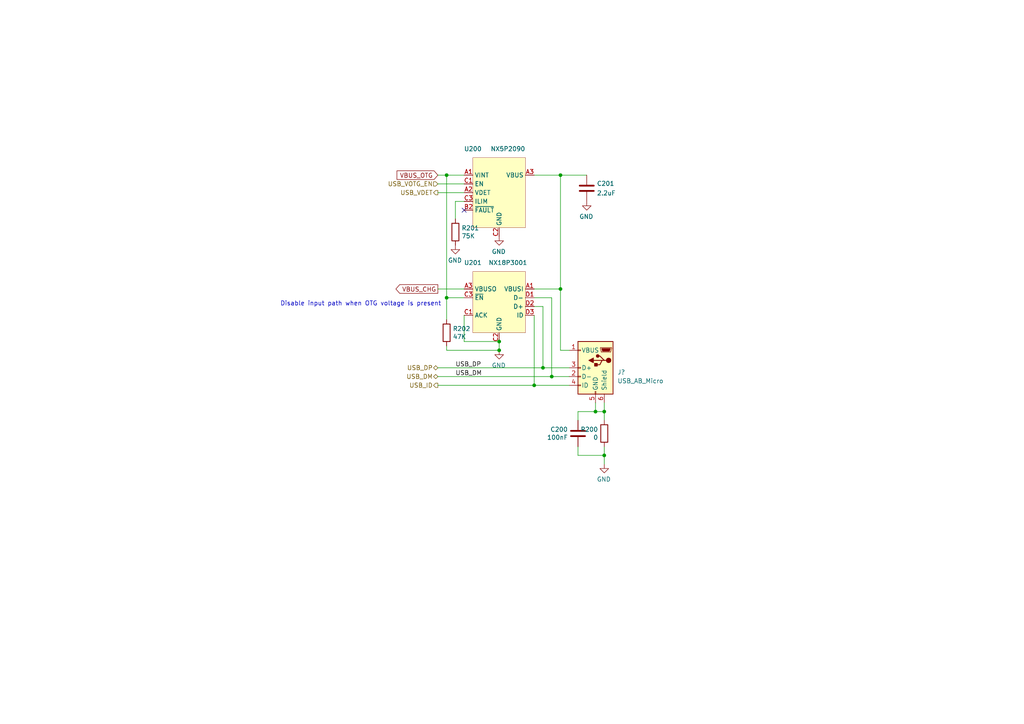
<source format=kicad_sch>
(kicad_sch (version 20210126) (generator eeschema)
  (paper "A4")
  (title_block (title "InuCal") (date "2020-06-30") (rev "R0.1") (company "Wenting Zhang") (comment 1 "zephray@outlook.com"))
  (lib_symbols
    (symbol "Connector:USB_B_Micro" (pin_names (offset 1.016))
      (property "Reference" "J" (at -5.08 11.43 0))
      (property "Value" "USB_B_Micro" (at -5.08 8.89 0))
      (symbol "USB_B_Micro_0_1"
        (circle (center -3.81 2.159) (radius 0.635) (stroke (width 0.254)) (fill (type outline)))
        (circle (center -0.635 3.429) (radius 0.381) (stroke (width 0.254)) (fill (type outline)))
        (rectangle (start -5.08 -7.62) (end 5.08 7.62) (stroke (width 0.254)) (fill (type background)))
        (rectangle (start -0.127 -7.62) (end 0.127 -6.858))
        (rectangle (start 0.254 1.27) (end -0.508 0.508) (stroke (width 0.254)) (fill (type outline)))
        (rectangle (start 5.08 -5.207) (end 4.318 -4.953))
        (rectangle (start 5.08 -2.667) (end 4.318 -2.413))
        (rectangle (start 5.08 -0.127) (end 4.318 0.127))
        (rectangle (start 5.08 4.953) (end 4.318 5.207))
        (polyline (pts (xy -1.905 2.159) (xy 0.635 2.159)) (stroke (width 0.254)))
        (polyline (pts (xy -3.175 2.159) (xy -2.54 2.159) (xy -1.27 3.429) (xy -0.635 3.429)) (stroke (width 0.254)))
        (polyline (pts (xy -2.54 2.159) (xy -1.905 2.159) (xy -1.27 0.889) (xy 0 0.889)) (stroke (width 0.254)))
        (polyline (pts (xy 0.635 2.794) (xy 0.635 1.524) (xy 1.905 2.159) (xy 0.635 2.794)) (stroke (width 0.254)) (fill (type outline)))
        (polyline (pts (xy -4.318 5.588) (xy -1.778 5.588) (xy -2.032 4.826) (xy -4.064 4.826) (xy -4.318 5.588)) (fill (type outline)))
        (polyline (pts (xy -4.699 5.842) (xy -4.699 5.588) (xy -4.445 4.826) (xy -4.445 4.572) (xy -1.651 4.572) (xy -1.651 4.826) (xy -1.397 5.588) (xy -1.397 5.842) (xy -4.699 5.842)))
      )
      (symbol "USB_B_Micro_1_1"
        (pin power_out line (at 7.62 5.08 180) (length 2.54) (name "VBUS") (number "1"))
        (pin bidirectional line (at 7.62 -2.54 180) (length 2.54) (name "D-") (number "2"))
        (pin bidirectional line (at 7.62 0 180) (length 2.54) (name "D+") (number "3"))
        (pin passive line (at 7.62 -5.08 180) (length 2.54) (name "ID") (number "4"))
        (pin power_out line (at 0 -10.16 90) (length 2.54) (name "GND") (number "5"))
        (pin passive line (at -2.54 -10.16 90) (length 2.54) (name "Shield") (number "6"))
      )
    )
    (symbol "Device:C" (pin_numbers hide) (pin_names (offset 0.254))
      (property "Reference" "C" (at 0.635 2.54 0))
      (property "Value" "C" (at 0.635 -2.54 0))
      (symbol "C_0_1"
        (polyline (pts (xy -2.032 -0.762) (xy 2.032 -0.762)) (stroke (width 0.508)))
        (polyline (pts (xy -2.032 0.762) (xy 2.032 0.762)) (stroke (width 0.508)))
      )
      (symbol "C_1_1"
        (pin passive line (at 0 3.81 270) (length 2.794) (name "~") (number "1"))
        (pin passive line (at 0 -3.81 90) (length 2.794) (name "~") (number "2"))
      )
    )
    (symbol "Device:R" (pin_numbers hide) (pin_names (offset 0))
      (property "Reference" "R" (at 2.032 0 90))
      (property "Value" "R" (at 0 0 90))
      (symbol "R_0_1"
        (rectangle (start -1.016 -2.54) (end 1.016 2.54) (stroke (width 0.254)))
      )
      (symbol "R_1_1"
        (pin passive line (at 0 3.81 270) (length 1.27) (name "~") (number "1"))
        (pin passive line (at 0 -3.81 90) (length 1.27) (name "~") (number "2"))
      )
    )
    (symbol "power:GND" (power) (pin_names (offset 0))
      (property "Value" "GND" (at 0 -3.81 0))
      (symbol "GND_0_1"
        (polyline (pts (xy 0 0) (xy 0 -1.27) (xy 1.27 -1.27) (xy 0 -2.54) (xy -1.27 -1.27) (xy 0 -1.27)))
      )
      (symbol "GND_1_1"
        (pin power_in line (at 0 0 270) (length 0) hide (name "GND") (number "1"))
      )
    )
    (symbol "symbols:NX18P3001"
      (property "Reference" "U" (at 0 0 0))
      (property "Value" "NX18P3001" (at 0 -2.54 0))
      (symbol "NX18P3001_0_1"
        (rectangle (start -7.62 -5.08) (end 7.62 -22.86) (stroke (width 0.001)) (fill (type background)))
      )
      (symbol "NX18P3001_1_1"
        (pin bidirectional line (at -10.16 -10.16 0) (length 2.54) (name "VBUSI") (number "A1"))
        (pin input line (at -10.16 -12.7 0) (length 2.54) (name "D-") (number "D1"))
        (pin input line (at -10.16 -15.24 0) (length 2.54) (name "D+") (number "D2"))
        (pin input line (at -10.16 -17.78 0) (length 2.54) (name "ID") (number "D3"))
        (pin bidirectional line (at 10.16 -10.16 180) (length 2.54) (name "VBUSO") (number "A3"))
        (pin input line (at 10.16 -12.7 180) (length 2.54) (name "~EN") (number "C3"))
        (pin open_collector line (at 10.16 -17.78 180) (length 2.54) (name "ACK") (number "C1"))
        (pin bidirectional line (at 10.16 -10.16 180) (length 2.54) hide (name "VBUSO") (number "B2"))
        (pin bidirectional line (at 10.16 -10.16 180) (length 2.54) hide (name "VBUSO") (number "B3"))
        (pin bidirectional line (at -10.16 -10.16 0) (length 2.54) hide (name "VBUSI") (number "A2"))
        (pin bidirectional line (at -10.16 -10.16 0) (length 2.54) hide (name "VBUSI") (number "B1"))
        (pin power_in line (at 0 -25.4 90) (length 2.54) (name "GND") (number "C2"))
      )
    )
    (symbol "symbols:NX5P2090"
      (property "Reference" "U" (at 0 0 0))
      (property "Value" "NX5P2090" (at 0 -2.54 0))
      (symbol "NX5P2090_0_1"
        (rectangle (start -7.62 -5.08) (end 7.62 -25.4) (stroke (width 0.001)) (fill (type background)))
      )
      (symbol "NX5P2090_1_1"
        (pin power_out line (at -10.16 -10.16 0) (length 2.54) (name "VBUS") (number "A3"))
        (pin power_in line (at 10.16 -10.16 180) (length 2.54) (name "VINT") (number "A1"))
        (pin input line (at 10.16 -12.7 180) (length 2.54) (name "EN") (number "C1"))
        (pin output line (at 10.16 -15.24 180) (length 2.54) (name "VDET") (number "A2"))
        (pin input line (at 10.16 -17.78 180) (length 2.54) (name "ILIM") (number "C3"))
        (pin output line (at 10.16 -20.32 180) (length 2.54) (name "~FAULT") (number "B2"))
        (pin power_in line (at 10.16 -10.16 180) (length 2.54) hide (name "VINT") (number "B1"))
        (pin power_out line (at -10.16 -10.16 0) (length 2.54) hide (name "VBUS") (number "B3"))
        (pin input line (at 0 -27.94 90) (length 2.54) (name "GND") (number "C2"))
      )
    )
  )
  (junction (at 129.54 50.8) (diameter 0.9144))
  (junction (at 129.54 86.36) (diameter 0.9144))
  (junction (at 144.78 99.06) (diameter 0.9144))
  (junction (at 144.78 101.6) (diameter 0.9144))
  (junction (at 154.94 111.76) (diameter 0.9144))
  (junction (at 157.48 106.68) (diameter 0.9144))
  (junction (at 160.02 109.22) (diameter 0.9144))
  (junction (at 162.56 50.8) (diameter 0.9144))
  (junction (at 162.56 83.82) (diameter 0.9144))
  (junction (at 172.72 119.38) (diameter 0.9144))
  (junction (at 175.26 119.38) (diameter 0.9144))
  (junction (at 175.26 132.08) (diameter 0.9144))
  (no_connect (at 134.62 60.96))
  (wire (pts (xy 127 50.8) (xy 129.54 50.8)))
  (wire (pts (xy 127 53.34) (xy 134.62 53.34)))
  (wire (pts (xy 127 55.88) (xy 134.62 55.88)))
  (wire (pts (xy 127 83.82) (xy 134.62 83.82)))
  (wire (pts (xy 127 106.68) (xy 157.48 106.68)))
  (wire (pts (xy 127 109.22) (xy 160.02 109.22)))
  (wire (pts (xy 127 111.76) (xy 154.94 111.76)))
  (wire (pts (xy 129.54 50.8) (xy 129.54 86.36)))
  (wire (pts (xy 129.54 50.8) (xy 134.62 50.8)))
  (wire (pts (xy 129.54 86.36) (xy 129.54 92.71)))
  (wire (pts (xy 129.54 100.33) (xy 129.54 101.6)))
  (wire (pts (xy 129.54 101.6) (xy 144.78 101.6)))
  (wire (pts (xy 132.08 58.42) (xy 132.08 63.5)))
  (wire (pts (xy 134.62 58.42) (xy 132.08 58.42)))
  (wire (pts (xy 134.62 86.36) (xy 129.54 86.36)))
  (wire (pts (xy 134.62 91.44) (xy 134.62 99.06)))
  (wire (pts (xy 134.62 99.06) (xy 144.78 99.06)))
  (wire (pts (xy 144.78 101.6) (xy 144.78 99.06)))
  (wire (pts (xy 154.94 50.8) (xy 162.56 50.8)))
  (wire (pts (xy 154.94 86.36) (xy 160.02 86.36)))
  (wire (pts (xy 154.94 88.9) (xy 157.48 88.9)))
  (wire (pts (xy 154.94 91.44) (xy 154.94 111.76)))
  (wire (pts (xy 154.94 111.76) (xy 165.1 111.76)))
  (wire (pts (xy 157.48 88.9) (xy 157.48 106.68)))
  (wire (pts (xy 157.48 106.68) (xy 165.1 106.68)))
  (wire (pts (xy 160.02 86.36) (xy 160.02 109.22)))
  (wire (pts (xy 160.02 109.22) (xy 165.1 109.22)))
  (wire (pts (xy 162.56 50.8) (xy 162.56 83.82)))
  (wire (pts (xy 162.56 50.8) (xy 170.18 50.8)))
  (wire (pts (xy 162.56 83.82) (xy 154.94 83.82)))
  (wire (pts (xy 162.56 101.6) (xy 162.56 83.82)))
  (wire (pts (xy 165.1 101.6) (xy 162.56 101.6)))
  (wire (pts (xy 167.64 119.38) (xy 172.72 119.38)))
  (wire (pts (xy 167.64 121.92) (xy 167.64 119.38)))
  (wire (pts (xy 167.64 129.54) (xy 167.64 132.08)))
  (wire (pts (xy 167.64 132.08) (xy 175.26 132.08)))
  (wire (pts (xy 172.72 116.84) (xy 172.72 119.38)))
  (wire (pts (xy 172.72 119.38) (xy 175.26 119.38)))
  (wire (pts (xy 175.26 116.84) (xy 175.26 119.38)))
  (wire (pts (xy 175.26 119.38) (xy 175.26 121.92)))
  (wire (pts (xy 175.26 132.08) (xy 175.26 129.54)))
  (wire (pts (xy 175.26 134.62) (xy 175.26 132.08)))
  (text "Disable input path when OTG voltage is present" (at 81.28 88.9 0) (effects (font (size 1.27 1.27)) (justify left bottom)))
  (label "USB_DP" (at 132.08 106.68 0))
  (label "USB_DM" (at 132.08 109.22 0))
  (global_label "VBUS_OTG" (shape input) (at 127 50.8 180) (property "Intersheet References" "${INTERSHEET_REFS}" (effects hide)))
  (global_label "VBUS_CHG" (shape output) (at 127 83.82 180) (property "Intersheet References" "${INTERSHEET_REFS}" (effects hide)))
  (hierarchical_label "USB_VOTG_EN" (shape input) (at 127 53.34 180))
  (hierarchical_label "USB_VDET" (shape output) (at 127 55.88 180))
  (hierarchical_label "USB_DP" (shape bidirectional) (at 127 106.68 180))
  (hierarchical_label "USB_DM" (shape bidirectional) (at 127 109.22 180))
  (hierarchical_label "USB_ID" (shape output) (at 127 111.76 180))
  (symbol (lib_id "power:GND") (at 132.08 71.12 0) (mirror y) (unit 1)
    (property "Reference" "#PWR?" (effects hide))
    (property "Value" "GND" (at 131.953 75.5142 0))
  )
  (symbol (lib_id "power:GND") (at 144.78 68.58 0) (mirror y) (unit 1)
    (property "Reference" "#PWR?" (effects hide))
    (property "Value" "GND" (at 144.653 72.9742 0))
  )
  (symbol (lib_id "power:GND") (at 144.78 101.6 0) (mirror y) (unit 1)
    (property "Reference" "#PWR?" (effects hide))
    (property "Value" "GND" (at 144.653 105.9942 0))
  )
  (symbol (lib_id "power:GND") (at 170.18 58.42 0) (mirror y) (unit 1)
    (property "Reference" "#PWR?" (effects hide))
    (property "Value" "GND" (at 170.053 62.8142 0))
  )
  (symbol (lib_id "power:GND") (at 175.26 134.62 0) (mirror y) (unit 1)
    (property "Reference" "#PWR0292" (effects hide))
    (property "Value" "GND" (at 175.133 139.0142 0))
  )
  (symbol (lib_id "Device:R") (at 129.54 96.52 0) (unit 1)
    (property "Reference" "R202" (at 131.318 95.352 0) (effects (justify left)))
    (property "Value" "47K" (at 131.318 97.663 0) (effects (justify left)))
    (property "Footprint" "Resistor_SMD:R_0402_1005Metric" (effects hide))
  )
  (symbol (lib_id "Device:R") (at 132.08 67.31 0) (unit 1)
    (property "Reference" "R201" (at 133.858 66.142 0) (effects (justify left)))
    (property "Value" "75K" (at 133.858 68.453 0) (effects (justify left)))
    (property "Footprint" "Resistor_SMD:R_0402_1005Metric" (effects hide))
  )
  (symbol (lib_id "Device:R") (at 175.26 125.73 0) (mirror y) (unit 1)
    (property "Reference" "R200" (at 173.482 124.562 0) (effects (justify left)))
    (property "Value" "0" (at 173.482 126.873 0) (effects (justify left)))
    (property "Footprint" "Resistor_SMD:R_0805_2012Metric" (effects hide))
  )
  (symbol (lib_id "Device:C") (at 167.64 125.73 0) (mirror y) (unit 1)
    (property "Reference" "C200" (at 164.719 124.562 0) (effects (justify left)))
    (property "Value" "100nF" (at 164.719 126.873 0) (effects (justify left)))
    (property "Footprint" "Capacitor_SMD:C_0805_2012Metric" (effects hide))
  )
  (symbol (lib_id "Device:C") (at 170.18 54.61 0) (mirror x) (unit 1)
    (property "Reference" "C201" (at 173.101 53.238 0) (effects (justify left)))
    (property "Value" "2.2uF" (at 173.101 56.007 0) (effects (justify left)))
    (property "Footprint" "Capacitor_SMD:C_0603_1608Metric" (effects hide))
  )
  (symbol (lib_id "Connector:USB_B_Micro") (at 172.72 106.68 0) (mirror y) (unit 1)
    (property "Reference" "J?" (at 179.07 107.95 0) (effects (justify right)))
    (property "Value" "USB_AB_Micro" (at 179.07 110.49 0) (effects (justify right)))
  )
  (symbol (lib_id "symbols:NX18P3001") (at 144.78 73.66 0) (mirror y) (unit 1)
    (property "Reference" "U201" (at 137.16 76.2 0))
    (property "Value" "NX18P3001" (at 147.32 76.2 0))
    (property "Footprint" "footprints:WLCSP-12_3x4_1.36x1.66mm" (effects hide))
    (property "Datasheet" "https://www.nxp.com/docs/en/data-sheet/NX18P3001.pdf" (effects hide))
  )
  (symbol (lib_id "symbols:NX5P2090") (at 144.78 40.64 0) (mirror y) (unit 1)
    (property "Reference" "U200" (at 137.16 43.18 0))
    (property "Value" "NX5P2090" (at 147.32 43.18 0))
    (property "Footprint" "footprints:WLCSP-9_3x3_1.36x1.36mm" (effects hide))
    (property "Datasheet" "https://www.nxp.com/docs/en/data-sheet/NX5P2090.pdf" (effects hide))
  )
)
</source>
